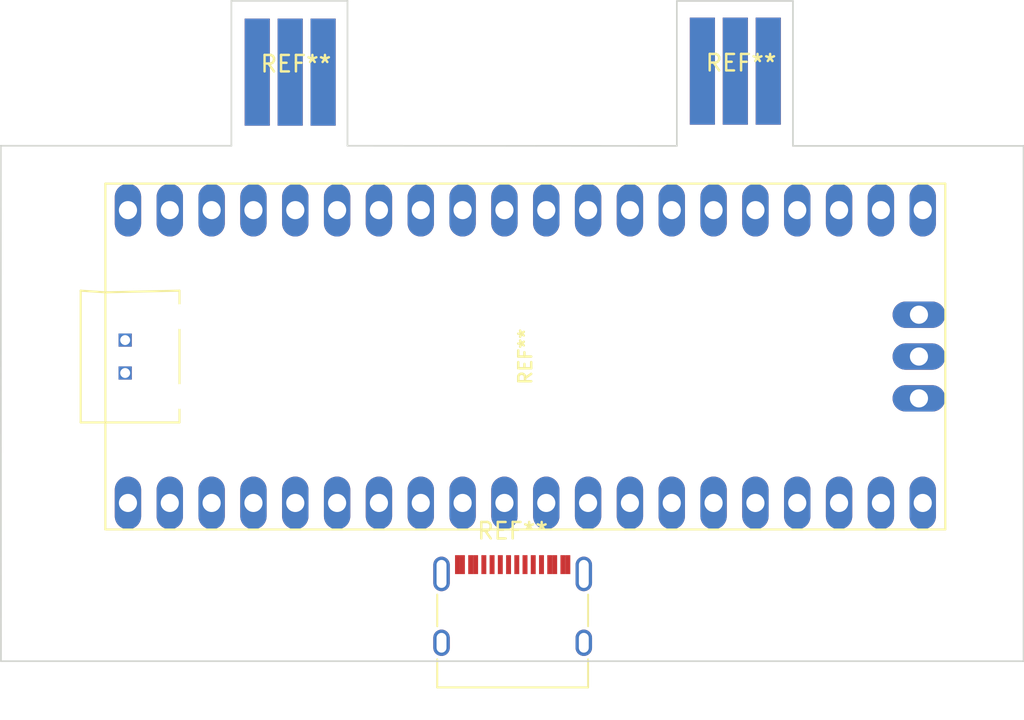
<source format=kicad_pcb>
(kicad_pcb (version 20211014) (generator pcbnew)
  (layers (0 "F.Cu" signal) (31 "B.Cu" signal) (34 "B.Paste" user) (35 "F.Paste" user) (36 "B.SilkS" user "B.Silkscreen") (37 "F.SilkS" user "F.Silkscreen") (38 "B.Mask" user) (39 "F.Mask" user) (44 "Edge.Cuts" user))
  (net 0 "")
  (footprint "pico:gcc_connectors" (layer "F.Cu") (at 123.27 72.17)
    (fp_text reference "REF**" (at 0 -0.5 unlocked) (layer "F.SilkS"))
    (fp_text value "gcc_connectors")
    (pad "1" smd rect (at -2.35 0) (size 1.524 6.5) (layers "F.Cu" "F.Paste" "F.Mask"))
    (pad "2" smd rect (at -0.35 0) (size 1.524 6.5) (layers "F.Cu" "F.Paste" "F.Mask"))
    (pad "3" smd rect (at 1.65 0) (size 1.524 6.5) (layers "F.Cu" "F.Paste" "F.Mask"))
    (pad "4" smd rect (at -2.35 0) (size 1.524 6.5) (layers "B.Cu" "B.Paste" "B.Mask"))
    (pad "5" smd rect (at -0.35 0) (size 1.524 6.5) (layers "B.Cu" "B.Paste" "B.Mask"))
    (pad "6" smd rect (at 1.65 0) (size 1.524 6.5) (layers "B.Cu" "B.Paste" "B.Mask"))
  )
  (footprint "pico:RPI_PICO_TH" (layer "F.Cu") (at 110.17 89.5 90)
    (fp_text reference "REF**" (at 0 0 90) (layer "F.SilkS") (effects (font (size 0.787402 0.787402))))
    (fp_text value "RPI_PICO_TH")
    (fp_line (start 10.5 25.5) (end -10.5 25.5) (layer "F.SilkS") (width 0.127))
    (fp_line (start -4 -25.5) (end -4 -21) (layer "F.SilkS") (width 0.127))
    (fp_line (start 3.9 -25.5) (end 10.5 -25.5) (layer "F.SilkS") (width 0.127))
    (fp_line (start 10.5 -25.5) (end 10.5 25.5) (layer "F.SilkS") (width 0.127))
    (fp_line (start -10.5 25.5) (end -10.5 -25.5) (layer "F.SilkS") (width 0.127))
    (fp_line (start 4 -21) (end 3.9 -25.5) (layer "F.SilkS") (width 0.127))
    (fp_line (start -10.5 -25.5) (end -4 -25.5) (layer "F.SilkS") (width 0.127))
    (fp_line (start -4 -25.5) (end 3.9 -25.5) (layer "F.SilkS") (width 0.127))
    (fp_line (start 4 -27) (end 3.9 -25.5) (layer "F.SilkS") (width 0.127))
    (fp_line (start -4 -21) (end 4 -21) (layer "F.SilkS") (width 0.127))
    (fp_line (start -4 -27) (end 4 -27) (layer "F.SilkS") (width 0.127))
    (fp_line (start -4 -25.5) (end -4 -27) (layer "F.SilkS") (width 0.127))
    (pad "" np_thru_hole circle locked (at -5.7 23.5 90) (size 2.1 2.1) (drill 2.1) (layers *.Cu *.Mask))
    (pad "" np_thru_hole circle locked (at -2.425 -20.97 90) (size 1.5 1.5) (drill 1.5) (layers *.Cu *.Mask))
    (pad "" np_thru_hole circle locked (at -5.7 -23.5 90) (size 2.1 2.1) (drill 2.1) (layers *.Cu *.Mask))
    (pad "" np_thru_hole circle locked (at 2.425 -20.97 90) (size 1.5 1.5) (drill 1.5) (layers *.Cu *.Mask))
    (pad "" np_thru_hole circle locked (at 2.725 -24 90) (size 1.5 1.5) (drill 1.5) (layers *.Cu *.Mask))
    (pad "" np_thru_hole circle locked (at 5.7 23.5 90) (size 2.1 2.1) (drill 2.1) (layers *.Cu *.Mask))
    (pad "" np_thru_hole circle locked (at 5.7 -23.5 90) (size 2.1 2.1) (drill 2.1) (layers *.Cu *.Mask))
    (pad "" np_thru_hole circle locked (at -2.725 -24 90) (size 1.5 1.5) (drill 1.5) (layers *.Cu *.Mask))
    (pad "3V3" thru_hole oval locked (at 8.89 -13.97 90) (size 3.2 1.6) (drill 1.1) (layers *.Cu *.Mask))
    (pad "3V3_EN" thru_hole oval locked (at 8.89 -16.51 90) (size 3.2 1.6) (drill 1.1) (layers *.Cu *.Mask))
    (pad "ADC_VREF" thru_hole oval locked (at 8.89 -11.43 90) (size 3.2 1.6) (drill 1.1) (layers *.Cu *.Mask))
    (pad "AGND" thru_hole oval locked (at 8.89 -6.35 90) (size 3.2 1.6) (drill 1.1) (layers *.Cu *.Mask))
    (pad "GND@1" thru_hole oval locked (at -8.89 -19.05 90) (size 3.2 1.6) (drill 1.1) (layers *.Cu *.Mask))
    (pad "GND@2" thru_hole oval locked (at -8.89 -6.35 90) (size 3.2 1.6) (drill 1.1) (layers *.Cu *.Mask))
    (pad "GND@3" thru_hole oval locked (at -8.89 6.35 90) (size 3.2 1.6) (drill 1.1) (layers *.Cu *.Mask))
    (pad "GND@4" thru_hole oval locked (at -8.89 19.05 90) (size 3.2 1.6) (drill 1.1) (layers *.Cu *.Mask))
    (pad "GND@5" thru_hole oval locked (at 0 23.9 90) (size 1.6 3.2) (drill 1.1) (layers *.Cu *.Mask))
    (pad "GND@6" thru_hole oval locked (at 8.89 19.05 90) (size 3.2 1.6) (drill 1.1) (layers *.Cu *.Mask))
    (pad "GND@7" thru_hole oval locked (at 8.89 6.35 90) (size 3.2 1.6) (drill 1.1) (layers *.Cu *.Mask))
    (pad "GND@8" thru_hole oval locked (at 8.89 -19.05 90) (size 3.2 1.6) (drill 1.1) (layers *.Cu *.Mask))
    (pad "GP0" thru_hole oval locked (at -8.89 -24.13 90) (size 3.2 1.6) (drill 1.1) (layers *.Cu *.Mask))
    (pad "GP1" thru_hole oval locked (at -8.89 -21.59 90) (size 3.2 1.6) (drill 1.1) (layers *.Cu *.Mask))
    (pad "GP2" thru_hole oval locked (at -8.89 -16.51 90) (size 3.2 1.6) (drill 1.1) (layers *.Cu *.Mask))
    (pad "GP3" thru_hole oval locked (at -8.89 -13.97 90) (size 3.2 1.6) (drill 1.1) (layers *.Cu *.Mask))
    (pad "GP4" thru_hole oval locked (at -8.89 -11.43 90) (size 3.2 1.6) (drill 1.1) (layers *.Cu *.Mask))
    (pad "GP5" thru_hole oval locked (at -8.89 -8.89 90) (size 3.2 1.6) (drill 1.1) (layers *.Cu *.Mask))
    (pad "GP6" thru_hole oval locked (at -8.89 -3.81 90) (size 3.2 1.6) (drill 1.1) (layers *.Cu *.Mask))
    (pad "GP7" thru_hole oval locked (at -8.89 -1.27 90) (size 3.2 1.6) (drill 1.1) (layers *.Cu *.Mask))
    (pad "GP8" thru_hole oval locked (at -8.89 1.27 90) (size 3.2 1.6) (drill 1.1) (layers *.Cu *.Mask))
    (pad "GP9" thru_hole oval locked (at -8.89 3.81 90) (size 3.2 1.6) (drill 1.1) (layers *.Cu *.Mask))
    (pad "GP10" thru_hole oval locked (at -8.89 8.89 90) (size 3.2 1.6) (drill 1.1) (layers *.Cu *.Mask))
    (pad "GP11" thru_hole oval locked (at -8.89 11.43 90) (size 3.2 1.6) (drill 1.1) (layers *.Cu *.Mask))
    (pad "GP12" thru_hole oval locked (at -8.89 13.97 90) (size 3.2 1.6) (drill 1.1) (layers *.Cu *.Mask))
    (pad "GP13" thru_hole oval locked (at -8.89 16.51 90) (size 3.2 1.6) (drill 1.1) (layers *.Cu *.Mask))
    (pad "GP14" thru_hole oval locked (at -8.89 21.59 90) (size 3.2 1.6) (drill 1.1) (layers *.Cu *.Mask))
    (pad "GP15" thru_hole oval locked (at -8.89 24.13 90) (size 3.2 1.6) (drill 1.1) (layers *.Cu *.Mask))
    (pad "GP16" thru_hole oval locked (at 8.89 24.13 90) (size 3.2 1.6) (drill 1.1) (layers *.Cu *.Mask))
    (pad "GP17" thru_hole oval locked (at 8.89 21.59 90) (size 3.2 1.6) (drill 1.1) (layers *.Cu *.Mask))
    (pad "GP18" thru_hole oval locked (at 8.89 16.51 90) (size 3.2 1.6) (drill 1.1) (layers *.Cu *.Mask))
    (pad "GP19" thru_hole oval locked (at 8.89 13.97 90) (size 3.2 1.6) (drill 1.1) (layers *.Cu *.Mask))
    (pad "GP20" thru_hole oval locked (at 8.89 11.43 90) (size 3.2 1.6) (drill 1.1) (layers *.Cu *.Mask))
    (pad "GP21" thru_hole oval locked (at 8.89 8.89 90) (size 3.2 1.6) (drill 1.1) (layers *.Cu *.Mask))
    (pad "GP22" thru_hole oval locked (at 8.89 3.81 90) (size 3.2 1.6) (drill 1.1) (layers *.Cu *.Mask))
    (pad "GP26_A0" thru_hole oval locked (at 8.89 -1.27 90) (size 3.2 1.6) (drill 1.1) (layers *.Cu *.Mask))
    (pad "GP27_A1" thru_hole oval locked (at 8.89 -3.81 90) (size 3.2 1.6) (drill 1.1) (layers *.Cu *.Mask))
    (pad "GP28_A2" thru_hole oval locked (at 8.89 -8.89 90) (size 3.2 1.6) (drill 1.1) (layers *.Cu *.Mask))
    (pad "RUN" thru_hole oval locked (at 8.89 1.27 90) (size 3.2 1.6) (drill 1.1) (layers *.Cu *.Mask))
    (pad "SWCLK" thru_hole oval locked (at -2.54 23.9 90) (size 1.6 3.2) (drill 1.1) (layers *.Cu *.Mask))
    (pad "SWDIO" thru_hole oval locked (at 2.54 23.9 90) (size 1.6 3.2) (drill 1.1) (layers *.Cu *.Mask))
    (pad "TP2" thru_hole rect locked (at 1 -24.3 90) (size 0.8 0.8) (drill 0.6) (layers *.Cu *.Mask))
    (pad "TP3" thru_hole rect locked (at -1 -24.3 90) (size 0.8 0.8) (drill 0.6) (layers *.Cu *.Mask))
    (pad "VBUS" thru_hole oval locked (at 8.89 -24.13 90) (size 3.2 1.6) (drill 1.1) (layers *.Cu *.Mask))
    (pad "VSYS" thru_hole oval locked (at 8.89 -21.59 90) (size 3.2 1.6) (drill 1.1) (layers *.Cu *.Mask))
  )
  (footprint "Connector_USB:USB_C_Receptacle_XKB_U262-16XN-4BVC11" (layer "F.Cu") (at 109.4 105.805)
    (fp_text reference "REF**" (at 0 -5.715) (layer "F.SilkS"))
    (fp_text value "USB_C_Receptacle_XKB_U262-16XN-4BVC11")
    (fp_line (start 4.58 2.08) (end 4.58 3.785) (layer "F.SilkS") (width 0.12))
    (fp_line (start -4.58 -1.85) (end -4.58 0.07) (layer "F.SilkS") (width 0.12))
    (fp_line (start -4.58 3.785) (end -4.58 2.08) (layer "F.SilkS") (width 0.12))
    (fp_line (start 4.58 0.07) (end 4.58 -1.85) (layer "F.SilkS") (width 0.12))
    (fp_line (start 4.58 3.785) (end -4.58 3.785) (layer "F.SilkS") (width 0.12))
    (pad "" np_thru_hole circle (at -2.89 -2.605) (size 0.65 0.65) (drill 0.65) (layers *.Cu *.Mask))
    (pad "" np_thru_hole circle (at 2.89 -2.605) (size 0.65 0.65) (drill 0.65) (layers *.Cu *.Mask))
    (pad "A1" smd rect (at -3.35 -3.67) (size 0.3 1.15) (layers "F.Cu" "F.Paste" "F.Mask"))
    (pad "A4" smd rect (at -2.55 -3.67) (size 0.3 1.15) (layers "F.Cu" "F.Paste" "F.Mask"))
    (pad "A5" smd rect (at -1.25 -3.67) (size 0.3 1.15) (layers "F.Cu" "F.Paste" "F.Mask"))
    (pad "A6" smd rect (at -0.25 -3.67) (size 0.3 1.15) (layers "F.Cu" "F.Paste" "F.Mask"))
    (pad "A7" smd rect (at 0.25 -3.67) (size 0.3 1.15) (layers "F.Cu" "F.Paste" "F.Mask"))
    (pad "A8" smd rect (at 1.25 -3.67) (size 0.3 1.15) (layers "F.Cu" "F.Paste" "F.Mask"))
    (pad "A9" smd rect (at 2.55 -3.67) (size 0.3 1.15) (layers "F.Cu" "F.Paste" "F.Mask"))
    (pad "A12" smd rect (at 3.35 -3.67) (size 0.3 1.15) (layers "F.Cu" "F.Paste" "F.Mask"))
    (pad "B1" smd rect (at 3.05 -3.67) (size 0.3 1.15) (layers "F.Cu" "F.Paste" "F.Mask"))
    (pad "B4" smd rect (at 2.25 -3.67) (size 0.3 1.15) (layers "F.Cu" "F.Paste" "F.Mask"))
    (pad "B5" smd rect (at 1.75 -3.67) (size 0.3 1.15) (layers "F.Cu" "F.Paste" "F.Mask"))
    (pad "B6" smd rect (at 0.75 -3.67) (size 0.3 1.15) (layers "F.Cu" "F.Paste" "F.Mask"))
    (pad "B7" smd rect (at -0.75 -3.67) (size 0.3 1.15) (layers "F.Cu" "F.Paste" "F.Mask"))
    (pad "B8" smd rect (at -1.75 -3.67) (size 0.3 1.15) (layers "F.Cu" "F.Paste" "F.Mask"))
    (pad "B9" smd rect (at -2.25 -3.67) (size 0.3 1.15) (layers "F.Cu" "F.Paste" "F.Mask"))
    (pad "B12" smd rect (at -3.05 -3.67) (size 0.3 1.15) (layers "F.Cu" "F.Paste" "F.Mask"))
    (pad "S1" thru_hole oval (at -4.32 -3.105) (size 1 2.1) (drill oval 0.6 1.7) (layers *.Cu *.Mask))
    (pad "S1" thru_hole oval (at 4.32 -3.105) (size 1 2.1) (drill oval 0.6 1.7) (layers *.Cu *.Mask))
    (pad "S1" thru_hole oval (at -4.32 1.075) (size 1 1.6) (drill oval 0.6 1.2) (layers *.Cu *.Mask))
    (pad "S1" thru_hole oval (at 4.32 1.075) (size 1 1.6) (drill oval 0.6 1.2) (layers *.Cu *.Mask))
  )
  (footprint "pico:gcc_connectors" (layer "F.Cu") (at 96.24 72.23)
    (fp_text reference "REF**" (at 0 -0.5 unlocked) (layer "F.SilkS"))
    (fp_text value "gcc_connectors")
    (pad "1" smd rect (at -2.35 0) (size 1.524 6.5) (layers "F.Cu" "F.Paste" "F.Mask"))
    (pad "2" smd rect (at -0.35 0) (size 1.524 6.5) (layers "F.Cu" "F.Paste" "F.Mask"))
    (pad "3" smd rect (at 1.65 0) (size 1.524 6.5) (layers "F.Cu" "F.Paste" "F.Mask"))
    (pad "4" smd rect (at -2.35 0) (size 1.524 6.5) (layers "B.Cu" "B.Paste" "B.Mask"))
    (pad "5" smd rect (at -0.35 0) (size 1.524 6.5) (layers "B.Cu" "B.Paste" "B.Mask"))
    (pad "6" smd rect (at 1.65 0) (size 1.524 6.5) (layers "B.Cu" "B.Paste" "B.Mask"))
  )
  (gr_line (start 78.32 76.7) (end 78.33 108) (layer "Edge.Cuts") (width 0.1))
  (gr_line (start 99.37 67.9) (end 99.37 76.7) (layer "Edge.Cuts") (width 0.1))
  (gr_line (start 126.42 76.71) (end 140.42 76.71) (layer "Edge.Cuts") (width 0.1))
  (gr_line (start 78.33 108) (end 140.42 108) (layer "Edge.Cuts") (width 0.1))
  (gr_line (start 140.42 76.7) (end 140.42 108) (layer "Edge.Cuts") (width 0.1))
  (gr_line (start 92.32 67.9) (end 92.32 76.7) (layer "Edge.Cuts") (width 0.1))
  (gr_line (start 126.42 67.91) (end 126.42 76.71) (layer "Edge.Cuts") (width 0.1))
  (gr_line (start 92.32 76.7) (end 78.32 76.7) (layer "Edge.Cuts") (width 0.1))
  (gr_line (start 99.37 76.7) (end 119.37 76.71) (layer "Edge.Cuts") (width 0.1))
  (gr_line (start 92.32 67.9) (end 99.37 67.9) (layer "Edge.Cuts") (width 0.1))
  (gr_line (start 119.37 67.91) (end 119.37 76.71) (layer "Edge.Cuts") (width 0.1))
  (gr_line (start 119.37 67.91) (end 126.42 67.91) (layer "Edge.Cuts") (width 0.1))
)
</source>
